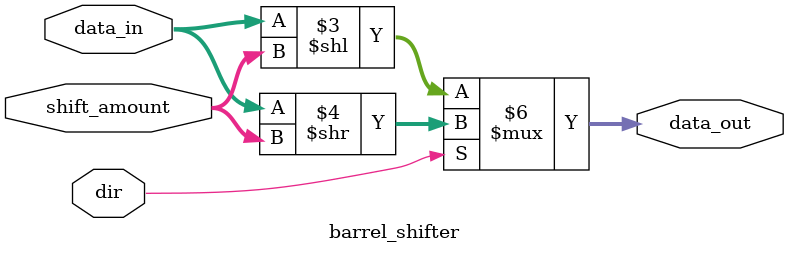
<source format=v>
module barrel_shifter #(parameter WIDTH = 8) (
    input wire [WIDTH-1:0] data_in,  // Input data
    input wire [$clog2(WIDTH)-1:0] shift_amount, // Number of positions to shift
    input wire dir,  // Direction: 0 for left shift, 1 for right shift
    output reg [WIDTH-1:0] data_out // Output data
);

    always @(*) begin
        if (dir == 1'b0) begin
            // Left shift
            data_out = data_in << shift_amount;
        end else begin
            // Right shift
            data_out = data_in >> shift_amount;
        end
    end

endmodule

</source>
